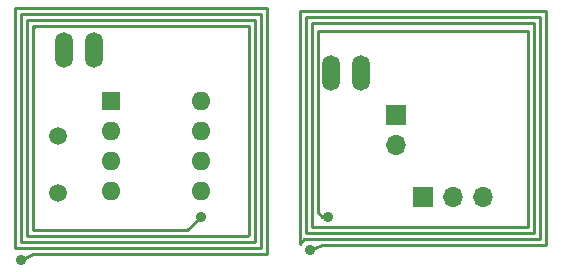
<source format=gbl>
G04 #@! TF.FileFunction,Copper,L2,Bot,Signal*
%FSLAX46Y46*%
G04 Gerber Fmt 4.6, Leading zero omitted, Abs format (unit mm)*
G04 Created by KiCad (PCBNEW 4.0.7) date Thu May 24 16:02:08 2018*
%MOMM*%
%LPD*%
G01*
G04 APERTURE LIST*
%ADD10C,0.150000*%
%ADD11R,1.600000X1.600000*%
%ADD12O,1.600000X1.600000*%
%ADD13O,1.510000X3.010000*%
%ADD14C,1.500000*%
%ADD15R,1.700000X1.700000*%
%ADD16O,1.700000X1.700000*%
%ADD17C,0.889000*%
%ADD18C,0.254000*%
G04 APERTURE END LIST*
D10*
D11*
X103886000Y-108966000D03*
D12*
X111506000Y-116586000D03*
X103886000Y-111506000D03*
X111506000Y-114046000D03*
X103886000Y-114046000D03*
X111506000Y-111506000D03*
X103886000Y-116586000D03*
X111506000Y-108966000D03*
D13*
X102489000Y-104648000D03*
X99949000Y-104648000D03*
X125095000Y-106553000D03*
X122555000Y-106553000D03*
D14*
X99441000Y-111887000D03*
X99441000Y-116767000D03*
D15*
X128016000Y-110109000D03*
D16*
X128016000Y-112649000D03*
D15*
X130302000Y-117094000D03*
D16*
X132842000Y-117094000D03*
X135382000Y-117094000D03*
D17*
X96266000Y-122428000D03*
X111506000Y-118745000D03*
X120777000Y-121539000D03*
X122301000Y-118745000D03*
D18*
X99441000Y-111887000D02*
X99822000Y-111506000D01*
X103886000Y-102616000D02*
X97282000Y-102616000D01*
X96266000Y-122428000D02*
X97282000Y-121920000D01*
X97282000Y-121920000D02*
X117094000Y-121920000D01*
X117094000Y-121920000D02*
X117094000Y-101092000D01*
X117094000Y-101092000D02*
X95758000Y-101092000D01*
X95758000Y-101092000D02*
X95758000Y-121412000D01*
X95758000Y-121412000D02*
X95758000Y-121285000D01*
X95758000Y-121285000D02*
X95885000Y-121412000D01*
X95885000Y-121412000D02*
X116586000Y-121412000D01*
X116586000Y-121412000D02*
X116586000Y-101600000D01*
X116586000Y-101600000D02*
X96266000Y-101600000D01*
X96266000Y-101600000D02*
X96266000Y-120904000D01*
X96266000Y-120904000D02*
X116078000Y-120904000D01*
X116078000Y-120904000D02*
X116078000Y-102108000D01*
X116078000Y-102108000D02*
X96774000Y-102108000D01*
X96774000Y-102108000D02*
X96774000Y-117221000D01*
X96774000Y-117221000D02*
X96774000Y-117856000D01*
X96774000Y-117856000D02*
X96774000Y-120396000D01*
X96774000Y-120396000D02*
X98044000Y-120396000D01*
X98044000Y-120396000D02*
X98933000Y-120396000D01*
X98933000Y-120396000D02*
X99822000Y-120396000D01*
X99822000Y-120396000D02*
X115443000Y-120396000D01*
X115443000Y-120396000D02*
X115570000Y-120269000D01*
X115570000Y-120269000D02*
X115570000Y-102616000D01*
X115570000Y-102616000D02*
X103886000Y-102616000D01*
X110363000Y-119888000D02*
X111506000Y-118745000D01*
X103886000Y-119888000D02*
X110363000Y-119888000D01*
X102870000Y-119888000D02*
X103886000Y-119888000D01*
X102108000Y-119888000D02*
X102870000Y-119888000D01*
X99060000Y-119888000D02*
X102108000Y-119888000D01*
X97282000Y-119888000D02*
X99060000Y-119888000D01*
X97282000Y-114681000D02*
X97282000Y-119888000D01*
X97282000Y-114300000D02*
X97282000Y-114681000D01*
X97282000Y-102616000D02*
X97282000Y-114300000D01*
X97409000Y-102743000D02*
X97282000Y-102616000D01*
X97282000Y-102616000D02*
X97409000Y-102743000D01*
X99441000Y-116767000D02*
X99441000Y-116713000D01*
X120777000Y-121539000D02*
X121793000Y-121158000D01*
X121793000Y-121158000D02*
X140716000Y-121158000D01*
X140716000Y-121158000D02*
X140716000Y-121031000D01*
X140716000Y-121031000D02*
X140716000Y-101346000D01*
X140716000Y-101346000D02*
X119888000Y-101346000D01*
X119888000Y-101346000D02*
X119888000Y-121031000D01*
X119888000Y-121031000D02*
X120269000Y-120650000D01*
X120269000Y-120650000D02*
X140208000Y-120650000D01*
X140208000Y-120650000D02*
X140208000Y-101854000D01*
X140208000Y-101854000D02*
X120396000Y-101854000D01*
X120396000Y-101854000D02*
X120396000Y-120142000D01*
X120396000Y-120142000D02*
X139700000Y-120142000D01*
X139700000Y-120142000D02*
X139700000Y-102362000D01*
X139700000Y-102362000D02*
X120904000Y-102362000D01*
X120904000Y-102362000D02*
X120904000Y-119634000D01*
X120904000Y-119634000D02*
X139192000Y-119634000D01*
X139192000Y-119634000D02*
X139192000Y-102997000D01*
X139192000Y-102997000D02*
X121412000Y-102997000D01*
X121412000Y-102997000D02*
X121412000Y-118364000D01*
X121412000Y-118364000D02*
X121793000Y-118745000D01*
X121793000Y-118745000D02*
X122301000Y-118745000D01*
M02*

</source>
